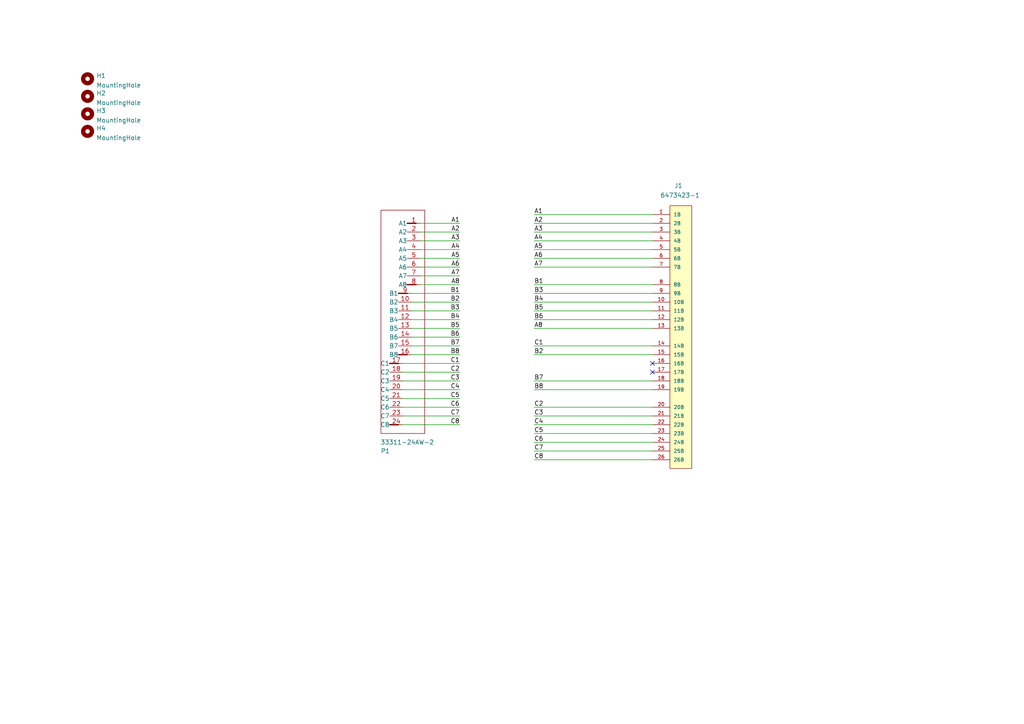
<source format=kicad_sch>
(kicad_sch (version 20231120) (generator "eeschema") (generator_version "8.0")
  (paper "A4")
  (title_block (title "24pins_In_3conn") (date "17.01.2023") (rev "0.2") (company "rusEFI"))
  (lib_symbols
    (symbol "33311-24AW-2:33311-24AW-2" (pin_names (offset 0.025))
      (property "Reference" "P2" (at 3.81 22.86 90))
      (property "Value" "33311-24AW-2" (at 3.81 20.32 90))
      (symbol "33311-24AW-2_1_0"
        (rectangle (start -29.21 2.54) (end 35.56 -10.16))
      )
      (symbol "33311-24AW-2_1_1"
        (polyline (pts (xy -25.4 -7.62) (xy -25.4 -5.08)) (stroke (width 0.381)))
        (polyline (pts (xy -7.62 -7.62) (xy -7.62 -5.08)) (stroke (width 0.381)))
        (polyline (pts (xy -5.08 -5.08) (xy -5.08 -2.54)) (stroke (width 0.381)))
        (polyline (pts (xy 12.7 -5.08) (xy 12.7 -2.54)) (stroke (width 0.381)))
        (polyline (pts (xy 15.24 -2.54) (xy 15.24 0)) (stroke (width 0.381)))
        (polyline (pts (xy 33.02 -2.54) (xy 33.02 0)) (stroke (width 0.381)))
        (pin passive line (at -25.4 -8.89 90) (length 3.81) (name "A1") (number "1"))
        (pin passive line (at -2.54 -6.35 90) (length 3.81) (name "B2") (number "10"))
        (pin passive line (at 0 -6.35 90) (length 3.81) (name "B3") (number "11"))
        (pin passive line (at 2.54 -6.35 90) (length 3.81) (name "B4") (number "12"))
        (pin passive line (at 5.08 -6.35 90) (length 3.81) (name "B5") (number "13"))
        (pin passive line (at 7.62 -6.35 90) (length 3.81) (name "B6") (number "14"))
        (pin passive line (at 10.16 -6.35 90) (length 3.81) (name "B7") (number "15"))
        (pin passive line (at 12.7 -6.35 90) (length 3.81) (name "B8") (number "16"))
        (pin passive line (at 15.24 -3.81 90) (length 3.81) (name "C1") (number "17"))
        (pin passive line (at 17.78 -3.81 90) (length 3.81) (name "C2") (number "18"))
        (pin passive line (at 20.32 -3.81 90) (length 3.81) (name "C3") (number "19"))
        (pin passive line (at -22.86 -8.89 90) (length 3.81) (name "A2") (number "2"))
        (pin passive line (at 22.86 -3.81 90) (length 3.81) (name "C4") (number "20"))
        (pin passive line (at 25.4 -3.81 90) (length 3.81) (name "C5") (number "21"))
        (pin passive line (at 27.94 -3.81 90) (length 3.81) (name "C6") (number "22"))
        (pin passive line (at 30.48 -3.81 90) (length 3.81) (name "C7") (number "23"))
        (pin passive line (at 33.02 -3.81 90) (length 3.81) (name "C8") (number "24"))
        (pin passive line (at -20.32 -8.89 90) (length 3.81) (name "A3") (number "3"))
        (pin passive line (at -17.78 -8.89 90) (length 3.81) (name "A4") (number "4"))
        (pin passive line (at -15.24 -8.89 90) (length 3.81) (name "A5") (number "5"))
        (pin passive line (at -12.7 -8.89 90) (length 3.81) (name "A6") (number "6"))
        (pin passive line (at -10.16 -8.89 90) (length 3.81) (name "A7") (number "7"))
        (pin passive line (at -7.62 -8.89 90) (length 3.81) (name "A8") (number "8"))
        (pin passive line (at -5.08 -6.35 90) (length 3.81) (name "B1") (number "9"))
      )
    )
    (symbol "Mechanical:MountingHole" (pin_names (offset 1.016))
      (property "Reference" "H" (at 0 5.08 0))
      (property "Value" "MountingHole" (at 0 3.175 0))
      (symbol "MountingHole_0_1"
        (circle (center 0 0) (radius 1.27) (stroke (width 1.27)))
      )
    )
    (symbol "TE_6473423-1:6473423-1" (pin_names (offset 1.016))
      (property "Reference" "J" (at 2.54 3.81 0))
      (property "Value" "6473423-1" (at 6.35 3.81 0))
      (symbol "6473423-1_1_0"
        (pin passive line (at 0 0 0) (length 5.08) (name "1B") (number "1"))
        (pin passive line (at 0 -25.4 0) (length 5.08) (name "10B") (number "10"))
        (pin passive line (at 0 -27.94 0) (length 5.08) (name "11B") (number "11"))
        (pin passive line (at 0 -30.48 0) (length 5.08) (name "12B") (number "12"))
        (pin passive line (at 0 -33.02 0) (length 5.08) (name "13B") (number "13"))
        (pin passive line (at 0 -38.1 0) (length 5.08) (name "14B") (number "14"))
        (pin passive line (at 0 -40.64 0) (length 5.08) (name "15B") (number "15"))
        (pin passive line (at 0 -43.18 0) (length 5.08) (name "16B") (number "16"))
        (pin passive line (at 0 -45.72 0) (length 5.08) (name "17B") (number "17"))
        (pin passive line (at 0 -48.26 0) (length 5.08) (name "18B") (number "18"))
        (pin passive line (at 0 -50.8 0) (length 5.08) (name "19B") (number "19"))
        (pin passive line (at 0 -2.54 0) (length 5.08) (name "2B") (number "2"))
        (pin passive line (at 0 -55.88 0) (length 5.08) (name "20B") (number "20"))
        (pin passive line (at 0 -58.42 0) (length 5.08) (name "21B") (number "21"))
        (pin passive line (at 0 -60.96 0) (length 5.08) (name "22B") (number "22"))
        (pin passive line (at 0 -63.5 0) (length 5.08) (name "23B") (number "23"))
        (pin passive line (at 0 -66.04 0) (length 5.08) (name "24B") (number "24"))
        (pin passive line (at 0 -68.58 0) (length 5.08) (name "25B") (number "25"))
        (pin passive line (at 0 -71.12 0) (length 5.08) (name "26B") (number "26"))
        (pin passive line (at 0 -5.08 0) (length 5.08) (name "3B") (number "3"))
        (pin passive line (at 0 -7.62 0) (length 5.08) (name "4B") (number "4"))
        (pin passive line (at 0 -10.16 0) (length 5.08) (name "5B") (number "5"))
        (pin passive line (at 0 -12.7 0) (length 5.08) (name "6B") (number "6"))
        (pin passive line (at 0 -15.24 0) (length 5.08) (name "7B") (number "7"))
        (pin passive line (at 0 -20.32 0) (length 5.08) (name "8B") (number "8"))
        (pin passive line (at 0 -22.86 0) (length 5.08) (name "9B") (number "9"))
      )
      (symbol "6473423-1_1_1"
        (rectangle (start 5.08 2.54) (end 11.43 -73.66) (fill (type background)))
      )
    )
  )
  (no_connect (at 189.23 105.41))
  (no_connect (at 189.23 107.95))
  (wire (pts (xy 119.38 102.87) (xy 133.35 102.87)))
  (wire (pts (xy 189.23 74.93) (xy 154.94 74.93)))
  (wire (pts (xy 119.38 97.79) (xy 133.35 97.79)))
  (wire (pts (xy 116.84 115.57) (xy 133.35 115.57)))
  (wire (pts (xy 154.94 128.27) (xy 189.23 128.27)))
  (wire (pts (xy 189.23 110.49) (xy 154.94 110.49)))
  (wire (pts (xy 189.23 100.33) (xy 154.94 100.33)))
  (wire (pts (xy 116.84 118.11) (xy 133.35 118.11)))
  (wire (pts (xy 189.23 64.77) (xy 154.94 64.77)))
  (wire (pts (xy 119.38 90.17) (xy 133.35 90.17)))
  (wire (pts (xy 154.94 130.81) (xy 189.23 130.81)))
  (wire (pts (xy 189.23 67.31) (xy 154.94 67.31)))
  (wire (pts (xy 121.92 74.93) (xy 133.35 74.93)))
  (wire (pts (xy 154.94 133.35) (xy 189.23 133.35)))
  (wire (pts (xy 189.23 87.63) (xy 154.94 87.63)))
  (wire (pts (xy 116.84 113.03) (xy 133.35 113.03)))
  (wire (pts (xy 189.23 62.23) (xy 154.94 62.23)))
  (wire (pts (xy 116.84 123.19) (xy 133.35 123.19)))
  (wire (pts (xy 121.92 67.31) (xy 133.35 67.31)))
  (wire (pts (xy 119.38 92.71) (xy 133.35 92.71)))
  (wire (pts (xy 116.84 105.41) (xy 133.35 105.41)))
  (wire (pts (xy 154.94 125.73) (xy 189.23 125.73)))
  (wire (pts (xy 121.92 80.01) (xy 133.35 80.01)))
  (wire (pts (xy 119.38 95.25) (xy 133.35 95.25)))
  (wire (pts (xy 121.92 82.55) (xy 133.35 82.55)))
  (wire (pts (xy 189.23 90.17) (xy 154.94 90.17)))
  (wire (pts (xy 121.92 77.47) (xy 133.35 77.47)))
  (wire (pts (xy 189.23 72.39) (xy 154.94 72.39)))
  (wire (pts (xy 116.84 110.49) (xy 133.35 110.49)))
  (wire (pts (xy 189.23 123.19) (xy 154.94 123.19)))
  (wire (pts (xy 119.38 85.09) (xy 133.35 85.09)))
  (wire (pts (xy 121.92 69.85) (xy 133.35 69.85)))
  (wire (pts (xy 121.92 72.39) (xy 133.35 72.39)))
  (wire (pts (xy 189.23 69.85) (xy 154.94 69.85)))
  (wire (pts (xy 119.38 100.33) (xy 133.35 100.33)))
  (wire (pts (xy 121.92 64.77) (xy 133.35 64.77)))
  (wire (pts (xy 189.23 82.55) (xy 154.94 82.55)))
  (wire (pts (xy 189.23 77.47) (xy 154.94 77.47)))
  (wire (pts (xy 189.23 118.11) (xy 154.94 118.11)))
  (wire (pts (xy 189.23 92.71) (xy 154.94 92.71)))
  (wire (pts (xy 116.84 107.95) (xy 133.35 107.95)))
  (wire (pts (xy 189.23 85.09) (xy 154.94 85.09)))
  (wire (pts (xy 119.38 87.63) (xy 133.35 87.63)))
  (wire (pts (xy 189.23 95.25) (xy 154.94 95.25)))
  (wire (pts (xy 116.84 120.65) (xy 133.35 120.65)))
  (wire (pts (xy 189.23 120.65) (xy 154.94 120.65)))
  (wire (pts (xy 189.23 113.03) (xy 154.94 113.03)))
  (wire (pts (xy 189.23 102.87) (xy 154.94 102.87)))
  (label "C8" (at 154.94 133.35 0))
  (label "B5" (at 154.94 90.17 0))
  (label "B5" (at 133.35 95.25 180))
  (label "C3" (at 154.94 120.65 0))
  (label "A3" (at 154.94 67.31 0))
  (label "A7" (at 154.94 77.47 0))
  (label "B6" (at 154.94 92.71 0))
  (label "A8" (at 154.94 95.25 0))
  (label "B1" (at 133.35 85.09 180))
  (label "A4" (at 154.94 69.85 0))
  (label "C4" (at 154.94 123.19 0))
  (label "C7" (at 154.94 130.81 0))
  (label "B8" (at 154.94 113.03 0))
  (label "C6" (at 154.94 128.27 0))
  (label "C4" (at 133.35 113.03 180))
  (label "A5" (at 133.35 74.93 180))
  (label "A2" (at 154.94 64.77 0))
  (label "C5" (at 154.94 125.73 0))
  (label "B2" (at 133.35 87.63 180))
  (label "A8" (at 133.35 82.55 180))
  (label "C6" (at 133.35 118.11 180))
  (label "C5" (at 133.35 115.57 180))
  (label "A6" (at 133.35 77.47 180))
  (label "C8" (at 133.35 123.19 180))
  (label "A6" (at 154.94 74.93 0))
  (label "C2" (at 133.35 107.95 180))
  (label "C7" (at 133.35 120.65 180))
  (label "B3" (at 133.35 90.17 180))
  (label "C2" (at 154.94 118.11 0))
  (label "B2" (at 154.94 102.87 0))
  (label "B7" (at 133.35 100.33 180))
  (label "B3" (at 154.94 85.09 0))
  (label "A1" (at 154.94 62.23 0))
  (label "B4" (at 154.94 87.63 0))
  (label "B4" (at 133.35 92.71 180))
  (label "B7" (at 154.94 110.49 0))
  (label "B8" (at 133.35 102.87 180))
  (label "C3" (at 133.35 110.49 180))
  (label "A7" (at 133.35 80.01 180))
  (label "A3" (at 133.35 69.85 180))
  (label "A5" (at 154.94 72.39 0))
  (label "A4" (at 133.35 72.39 180))
  (label "A2" (at 133.35 67.31 180))
  (label "C1" (at 154.94 100.33 0))
  (label "C1" (at 133.35 105.41 180))
  (label "B1" (at 154.94 82.55 0))
  (label "B6" (at 133.35 97.79 180))
  (label "A1" (at 133.35 64.77 180))
  (symbol (lib_id "Mechanical:MountingHole") (at 25.4 27.94 0) (unit 1)
    (property "Reference" "H2" (at 27.94 27.0315 0) (effects (justify left)))
    (property "Value" "MountingHole" (at 27.94 29.8066 0) (effects (justify left)))
    (property "Footprint" "MountingHole:MountingHole_3.2mm_M3_DIN965_Pad" (effects (hide yes)))
  )
  (symbol (lib_id "TE_6473423-1:6473423-1") (at 189.23 62.23 0) (unit 1)
    (property "Reference" "J1" (at 195.58 53.848 0) (effects (justify left)))
    (property "Value" "6473423-1" (at 191.516 56.642 0) (effects (justify left)))
    (property "Footprint" "6473423-1" (effects (hide yes)))
    (property "Comment" "6473423-1" (effects (hide yes)))
  )
  (symbol (lib_id "Mechanical:MountingHole") (at 25.4 38.1 0) (unit 1)
    (property "Reference" "H4" (at 27.94 37.1915 0) (effects (justify left)))
    (property "Value" "MountingHole" (at 27.94 39.9666 0) (effects (justify left)))
    (property "Footprint" "MountingHole:MountingHole_3.2mm_M3_DIN965_Pad" (effects (hide yes)))
  )
  (symbol (lib_id "33311-24AW-2:33311-24AW-2") (at 113.03 90.17 90) (mirror x) (unit 1)
    (property "Reference" "P1" (at 111.76 130.81 90))
    (property "Value" "33311-24AW-2" (at 118.11 128.27 90))
    (property "Footprint" "alphax-2ch:33311-24AW-2" (effects (hide yes)))
    (property "Datasheet" "DOCUMENTATION" (effects (hide yes)))
  )
  (symbol (lib_id "Mechanical:MountingHole") (at 25.4 22.86 0) (unit 1)
    (property "Reference" "H1" (at 27.94 21.9515 0) (effects (justify left)))
    (property "Value" "MountingHole" (at 27.94 24.7266 0) (effects (justify left)))
    (property "Footprint" "MountingHole:MountingHole_3.2mm_M3_DIN965_Pad" (effects (hide yes)))
  )
  (symbol (lib_id "Mechanical:MountingHole") (at 25.4 33.02 0) (unit 1)
    (property "Reference" "H3" (at 27.94 32.1115 0) (effects (justify left)))
    (property "Value" "MountingHole" (at 27.94 34.8866 0) (effects (justify left)))
    (property "Footprint" "MountingHole:MountingHole_3.2mm_M3_DIN965_Pad" (effects (hide yes)))
  )
)
</source>
